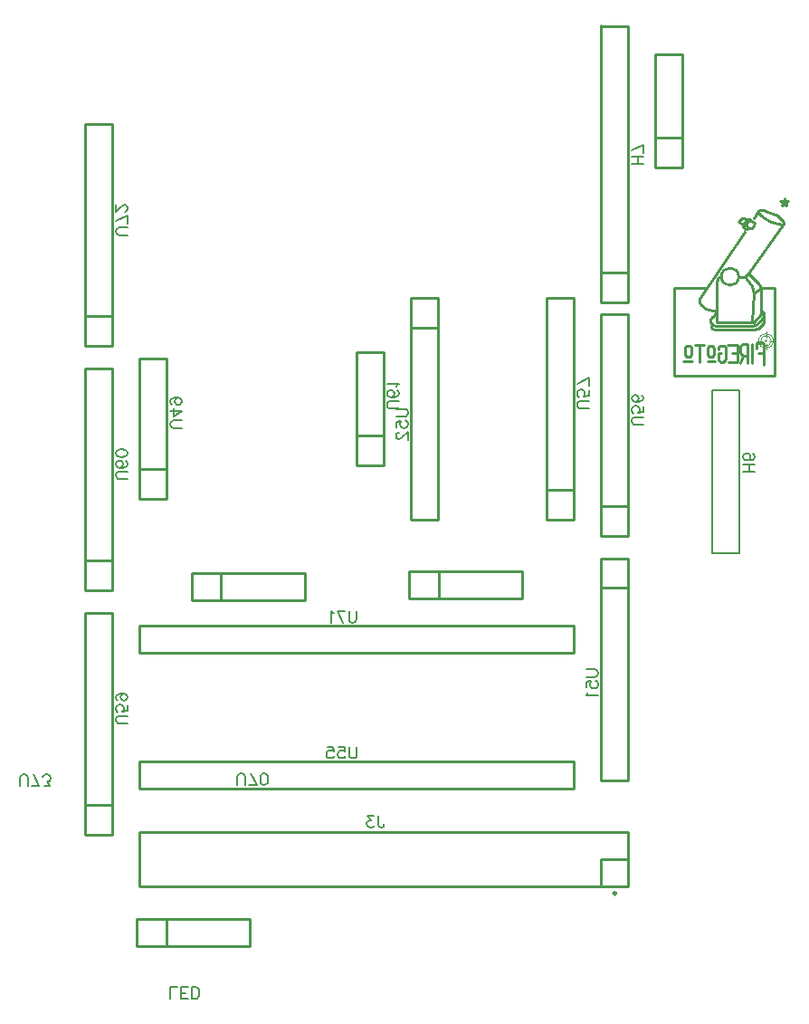
<source format=gbo>
G04 Layer: BottomSilkLayer*
G04 EasyEDA v6.4.17, 2021-03-30T11:05:58--3:00*
G04 e54f85b4d2414f64907e96423a573e64,e32968b322094deeae1279e20ae9dd51,10*
G04 Gerber Generator version 0.2*
G04 Scale: 100 percent, Rotated: No, Reflected: No *
G04 Dimensions in millimeters *
G04 leading zeros omitted , absolute positions ,4 integer and 5 decimal *
%FSLAX45Y45*%
%MOMM*%

%ADD10C,0.2540*%
%ADD13C,0.1000*%
%ADD35C,0.2032*%
%ADD39C,0.1524*%
%ADD40C,0.2030*%

%LPD*%
D39*
X26996189Y3919585D02*
G01*
X26918257Y3919585D01*
X26902671Y3924780D01*
X26892280Y3935171D01*
X26887086Y3950759D01*
X26887086Y3961150D01*
X26892280Y3976735D01*
X26902671Y3987126D01*
X26918257Y3992321D01*
X26996189Y3992321D01*
X26996189Y4078566D02*
G01*
X26923453Y4026611D01*
X26923453Y4104543D01*
X26996189Y4078566D02*
G01*
X26887086Y4078566D01*
X26959821Y4206374D02*
G01*
X26944236Y4201180D01*
X26933845Y4190789D01*
X26928648Y4175201D01*
X26928648Y4170006D01*
X26933845Y4154421D01*
X26944236Y4144030D01*
X26959821Y4138833D01*
X26965015Y4138833D01*
X26980603Y4144030D01*
X26990995Y4154421D01*
X26996189Y4170006D01*
X26996189Y4175201D01*
X26990995Y4190789D01*
X26980603Y4201180D01*
X26959821Y4206374D01*
X26933845Y4206374D01*
X26907865Y4201180D01*
X26892280Y4190789D01*
X26887086Y4175201D01*
X26887086Y4164810D01*
X26892280Y4149224D01*
X26902671Y4144030D01*
X30778790Y1666300D02*
G01*
X30856722Y1666300D01*
X30872308Y1661106D01*
X30882699Y1650715D01*
X30887893Y1635127D01*
X30887893Y1624736D01*
X30882699Y1609150D01*
X30872308Y1598759D01*
X30856722Y1593565D01*
X30778790Y1593565D01*
X30778790Y1496928D02*
G01*
X30778790Y1548884D01*
X30825549Y1554078D01*
X30820354Y1548884D01*
X30815158Y1533296D01*
X30815158Y1517710D01*
X30820354Y1502125D01*
X30830743Y1491734D01*
X30846331Y1486537D01*
X30856722Y1486537D01*
X30872308Y1491734D01*
X30882699Y1502125D01*
X30887893Y1517710D01*
X30887893Y1533296D01*
X30882699Y1548884D01*
X30877504Y1554078D01*
X30867113Y1559275D01*
X30799572Y1452247D02*
G01*
X30794375Y1441856D01*
X30778790Y1426270D01*
X30887893Y1426270D01*
X29000800Y4101094D02*
G01*
X29078732Y4101094D01*
X29094318Y4095899D01*
X29104709Y4085508D01*
X29109903Y4069920D01*
X29109903Y4059529D01*
X29104709Y4043944D01*
X29094318Y4033553D01*
X29078732Y4028358D01*
X29000800Y4028358D01*
X29000800Y3931721D02*
G01*
X29000800Y3983677D01*
X29047559Y3988871D01*
X29042365Y3983677D01*
X29037168Y3968089D01*
X29037168Y3952504D01*
X29042365Y3936918D01*
X29052753Y3926527D01*
X29068341Y3921330D01*
X29078732Y3921330D01*
X29094318Y3926527D01*
X29104709Y3936918D01*
X29109903Y3952504D01*
X29109903Y3968089D01*
X29104709Y3983677D01*
X29099515Y3988871D01*
X29089123Y3994068D01*
X29026777Y3881846D02*
G01*
X29021582Y3881846D01*
X29011191Y3876649D01*
X29005994Y3871455D01*
X29000800Y3861064D01*
X29000800Y3840281D01*
X29005994Y3829890D01*
X29011191Y3824696D01*
X29021582Y3819499D01*
X29031973Y3819499D01*
X29042365Y3824696D01*
X29057950Y3835087D01*
X29109903Y3887040D01*
X29109903Y3814305D01*
X31314174Y3952382D02*
G01*
X31236241Y3952382D01*
X31220656Y3957576D01*
X31210265Y3967967D01*
X31205070Y3983555D01*
X31205070Y3993946D01*
X31210265Y4009532D01*
X31220656Y4019923D01*
X31236241Y4025117D01*
X31314174Y4025117D01*
X31314174Y4121754D02*
G01*
X31314174Y4069798D01*
X31267415Y4064604D01*
X31272609Y4069798D01*
X31277806Y4085386D01*
X31277806Y4100972D01*
X31272609Y4116557D01*
X31262220Y4126948D01*
X31246632Y4132145D01*
X31236241Y4132145D01*
X31220656Y4126948D01*
X31210265Y4116557D01*
X31205070Y4100972D01*
X31205070Y4085386D01*
X31210265Y4069798D01*
X31215459Y4064604D01*
X31225850Y4059407D01*
X31298588Y4228779D02*
G01*
X31308979Y4223585D01*
X31314174Y4207997D01*
X31314174Y4197606D01*
X31308979Y4182021D01*
X31293391Y4171629D01*
X31267415Y4166435D01*
X31241438Y4166435D01*
X31220656Y4171629D01*
X31210265Y4182021D01*
X31205070Y4197606D01*
X31205070Y4202803D01*
X31210265Y4218388D01*
X31220656Y4228779D01*
X31236241Y4233976D01*
X31241438Y4233976D01*
X31257024Y4228779D01*
X31267415Y4218388D01*
X31272609Y4202803D01*
X31272609Y4197606D01*
X31267415Y4182021D01*
X31257024Y4171629D01*
X31241438Y4166435D01*
X30804083Y4103786D02*
G01*
X30726151Y4103786D01*
X30710565Y4108980D01*
X30700174Y4119371D01*
X30694980Y4134959D01*
X30694980Y4145351D01*
X30700174Y4160936D01*
X30710565Y4171327D01*
X30726151Y4176521D01*
X30804083Y4176521D01*
X30804083Y4273158D02*
G01*
X30804083Y4221203D01*
X30757324Y4216008D01*
X30762519Y4221203D01*
X30767715Y4236791D01*
X30767715Y4252376D01*
X30762519Y4267962D01*
X30752130Y4278353D01*
X30736542Y4283549D01*
X30726151Y4283549D01*
X30710565Y4278353D01*
X30700174Y4267962D01*
X30694980Y4252376D01*
X30694980Y4236791D01*
X30700174Y4221203D01*
X30705369Y4216008D01*
X30715760Y4210812D01*
X30804083Y4390575D02*
G01*
X30694980Y4338622D01*
X30804083Y4317839D02*
G01*
X30804083Y4390575D01*
X26488382Y1158397D02*
G01*
X26410450Y1158397D01*
X26394864Y1163591D01*
X26384473Y1173982D01*
X26379279Y1189570D01*
X26379279Y1199962D01*
X26384473Y1215547D01*
X26394864Y1225938D01*
X26410450Y1231132D01*
X26488382Y1231132D01*
X26488382Y1327769D02*
G01*
X26488382Y1275814D01*
X26441623Y1270619D01*
X26446817Y1275814D01*
X26452014Y1291402D01*
X26452014Y1306987D01*
X26446817Y1322572D01*
X26436429Y1332964D01*
X26420841Y1338160D01*
X26410450Y1338160D01*
X26394864Y1332964D01*
X26384473Y1322572D01*
X26379279Y1306987D01*
X26379279Y1291402D01*
X26384473Y1275814D01*
X26389667Y1270619D01*
X26400058Y1265422D01*
X26452014Y1439992D02*
G01*
X26436429Y1434795D01*
X26426038Y1424404D01*
X26420841Y1408818D01*
X26420841Y1403621D01*
X26426038Y1388036D01*
X26436429Y1377645D01*
X26452014Y1372450D01*
X26457208Y1372450D01*
X26472796Y1377645D01*
X26483188Y1388036D01*
X26488382Y1403621D01*
X26488382Y1408818D01*
X26483188Y1424404D01*
X26472796Y1434795D01*
X26452014Y1439992D01*
X26426038Y1439992D01*
X26400058Y1434795D01*
X26384473Y1424404D01*
X26379279Y1408818D01*
X26379279Y1398427D01*
X26384473Y1382842D01*
X26394864Y1377645D01*
X26488387Y3444687D02*
G01*
X26410455Y3444687D01*
X26394869Y3449881D01*
X26384478Y3460272D01*
X26379284Y3475860D01*
X26379284Y3486251D01*
X26384478Y3501837D01*
X26394869Y3512228D01*
X26410455Y3517422D01*
X26488387Y3517422D01*
X26472802Y3614059D02*
G01*
X26483193Y3608862D01*
X26488387Y3593277D01*
X26488387Y3582885D01*
X26483193Y3567300D01*
X26467605Y3556909D01*
X26441628Y3551712D01*
X26415652Y3551712D01*
X26394869Y3556909D01*
X26384478Y3567300D01*
X26379284Y3582885D01*
X26379284Y3588082D01*
X26384478Y3603668D01*
X26394869Y3614059D01*
X26410455Y3619253D01*
X26415652Y3619253D01*
X26431237Y3614059D01*
X26441628Y3603668D01*
X26446822Y3588082D01*
X26446822Y3582885D01*
X26441628Y3567300D01*
X26431237Y3556909D01*
X26415652Y3551712D01*
X26488387Y3684717D02*
G01*
X26483193Y3669131D01*
X26467605Y3658740D01*
X26441628Y3653543D01*
X26426043Y3653543D01*
X26400064Y3658740D01*
X26384478Y3669131D01*
X26379284Y3684717D01*
X26379284Y3695108D01*
X26384478Y3710693D01*
X26400064Y3721084D01*
X26426043Y3726281D01*
X26441628Y3726281D01*
X26467605Y3721084D01*
X26483193Y3710693D01*
X26488387Y3695108D01*
X26488387Y3684717D01*
X29026081Y4103400D02*
G01*
X28948148Y4103400D01*
X28932563Y4108594D01*
X28922172Y4118985D01*
X28916977Y4134573D01*
X28916977Y4144965D01*
X28922172Y4160550D01*
X28932563Y4170941D01*
X28948148Y4176135D01*
X29026081Y4176135D01*
X29010495Y4272772D02*
G01*
X29020886Y4267575D01*
X29026081Y4251990D01*
X29026081Y4241599D01*
X29020886Y4226013D01*
X29005298Y4215622D01*
X28979322Y4210425D01*
X28953345Y4210425D01*
X28932563Y4215622D01*
X28922172Y4226013D01*
X28916977Y4241599D01*
X28916977Y4246796D01*
X28922172Y4262381D01*
X28932563Y4272772D01*
X28948148Y4277967D01*
X28953345Y4277967D01*
X28968931Y4272772D01*
X28979322Y4262381D01*
X28984516Y4246796D01*
X28984516Y4241599D01*
X28979322Y4226013D01*
X28968931Y4215622D01*
X28953345Y4210425D01*
X29005298Y4312257D02*
G01*
X29010495Y4322648D01*
X29026081Y4338236D01*
X28916977Y4338236D01*
X32357082Y3512779D02*
G01*
X32247979Y3512779D01*
X32357082Y3585514D02*
G01*
X32247979Y3585514D01*
X32305129Y3512779D02*
G01*
X32305129Y3585514D01*
X32341497Y3682151D02*
G01*
X32351888Y3676954D01*
X32357082Y3661369D01*
X32357082Y3650978D01*
X32351888Y3635392D01*
X32336300Y3625001D01*
X32310324Y3619804D01*
X32284347Y3619804D01*
X32263565Y3625001D01*
X32253174Y3635392D01*
X32247979Y3650978D01*
X32247979Y3656175D01*
X32253174Y3671760D01*
X32263565Y3682151D01*
X32279150Y3687345D01*
X32284347Y3687345D01*
X32299932Y3682151D01*
X32310324Y3671760D01*
X32315518Y3656175D01*
X32315518Y3650978D01*
X32310324Y3635392D01*
X32299932Y3625001D01*
X32284347Y3619804D01*
X31315687Y6390881D02*
G01*
X31206584Y6390881D01*
X31315687Y6463616D02*
G01*
X31206584Y6463616D01*
X31263734Y6390881D02*
G01*
X31263734Y6463616D01*
X31315687Y6570644D02*
G01*
X31206584Y6518689D01*
X31315687Y6497906D02*
G01*
X31315687Y6570644D01*
X27516145Y584481D02*
G01*
X27516145Y662414D01*
X27521341Y677999D01*
X27531730Y688390D01*
X27547318Y693587D01*
X27557709Y693587D01*
X27573295Y688390D01*
X27583686Y677999D01*
X27588880Y662414D01*
X27588880Y584481D01*
X27695908Y584481D02*
G01*
X27643952Y693587D01*
X27623170Y584481D02*
G01*
X27695908Y584481D01*
X27761371Y584481D02*
G01*
X27745783Y589678D01*
X27735392Y605264D01*
X27730198Y631240D01*
X27730198Y646828D01*
X27735392Y672805D01*
X27745783Y688390D01*
X27761371Y693587D01*
X27771760Y693587D01*
X27787348Y688390D01*
X27797739Y672805D01*
X27802933Y646828D01*
X27802933Y631240D01*
X27797739Y605264D01*
X27787348Y589678D01*
X27771760Y584481D01*
X27761371Y584481D01*
X28632348Y2212632D02*
G01*
X28632348Y2134699D01*
X28627151Y2119111D01*
X28616760Y2108723D01*
X28601177Y2103526D01*
X28590786Y2103526D01*
X28575198Y2108723D01*
X28564806Y2119111D01*
X28559610Y2134699D01*
X28559610Y2212632D01*
X28452584Y2212632D02*
G01*
X28504537Y2103526D01*
X28525322Y2212632D02*
G01*
X28452584Y2212632D01*
X28418297Y2191849D02*
G01*
X28407906Y2197044D01*
X28392320Y2212632D01*
X28392320Y2103526D01*
X28634850Y943836D02*
G01*
X28634850Y865903D01*
X28629655Y850318D01*
X28619264Y839927D01*
X28603676Y834732D01*
X28593285Y834732D01*
X28577700Y839927D01*
X28567308Y850318D01*
X28562114Y865903D01*
X28562114Y943836D01*
X28465477Y943836D02*
G01*
X28517433Y943836D01*
X28522627Y897077D01*
X28517433Y902271D01*
X28501845Y907468D01*
X28486260Y907468D01*
X28470674Y902271D01*
X28460283Y891882D01*
X28455086Y876294D01*
X28455086Y865903D01*
X28460283Y850318D01*
X28470674Y839927D01*
X28486260Y834732D01*
X28501845Y834732D01*
X28517433Y839927D01*
X28522627Y845121D01*
X28527824Y855512D01*
X28358452Y943836D02*
G01*
X28410405Y943836D01*
X28415602Y897077D01*
X28410405Y902271D01*
X28394820Y907468D01*
X28379234Y907468D01*
X28363646Y902271D01*
X28353255Y891882D01*
X28348061Y876294D01*
X28348061Y865903D01*
X28353255Y850318D01*
X28363646Y839927D01*
X28379234Y834732D01*
X28394820Y834732D01*
X28410405Y839927D01*
X28415602Y845121D01*
X28420796Y855512D01*
X28835499Y295849D02*
G01*
X28835499Y212722D01*
X28840696Y197134D01*
X28845890Y191940D01*
X28856282Y186745D01*
X28866673Y186745D01*
X28877064Y191940D01*
X28882261Y197134D01*
X28887455Y212722D01*
X28887455Y223113D01*
X28790821Y295849D02*
G01*
X28733671Y295849D01*
X28764842Y254284D01*
X28749256Y254284D01*
X28738865Y249090D01*
X28733671Y243895D01*
X28728474Y228307D01*
X28728474Y217916D01*
X28733671Y202331D01*
X28744059Y191940D01*
X28759647Y186745D01*
X28775233Y186745D01*
X28790821Y191940D01*
X28796015Y197134D01*
X28801209Y207525D01*
X26488387Y5727484D02*
G01*
X26410455Y5727484D01*
X26394869Y5732680D01*
X26384478Y5743072D01*
X26379284Y5758657D01*
X26379284Y5769048D01*
X26384478Y5784634D01*
X26394869Y5795025D01*
X26410455Y5800222D01*
X26488387Y5800222D01*
X26488387Y5907247D02*
G01*
X26379284Y5855291D01*
X26488387Y5834512D02*
G01*
X26488387Y5907247D01*
X26462408Y5946731D02*
G01*
X26467605Y5946731D01*
X26477996Y5951928D01*
X26483193Y5957122D01*
X26488387Y5967514D01*
X26488387Y5988296D01*
X26483193Y5998687D01*
X26477996Y6003881D01*
X26467605Y6009078D01*
X26457216Y6009078D01*
X26446825Y6003881D01*
X26431237Y5993490D01*
X26379284Y5941537D01*
X26379284Y6014272D01*
X25483449Y574471D02*
G01*
X25483449Y652414D01*
X25488643Y667997D01*
X25499034Y678390D01*
X25514620Y683587D01*
X25525011Y683587D01*
X25540599Y678390D01*
X25550990Y667997D01*
X25556184Y652414D01*
X25556184Y574471D01*
X25663210Y574471D02*
G01*
X25611256Y683587D01*
X25590474Y574471D02*
G01*
X25663210Y574471D01*
X25707891Y574471D02*
G01*
X25765041Y574471D01*
X25733870Y616043D01*
X25749455Y616043D01*
X25759846Y621240D01*
X25765041Y626437D01*
X25770238Y642020D01*
X25770238Y652414D01*
X25765041Y667997D01*
X25754650Y678390D01*
X25739064Y683587D01*
X25723479Y683587D01*
X25707891Y678390D01*
X25702696Y673193D01*
X25697500Y662800D01*
X26889445Y-1415036D02*
G01*
X26889445Y-1305933D01*
X26889445Y-1305933D02*
G01*
X26951790Y-1305933D01*
X26986080Y-1415036D02*
G01*
X26986080Y-1305933D01*
X26986080Y-1415036D02*
G01*
X27053621Y-1415036D01*
X26986080Y-1363083D02*
G01*
X27027644Y-1363083D01*
X26986080Y-1305933D02*
G01*
X27053621Y-1305933D01*
X27087911Y-1415036D02*
G01*
X27087911Y-1305933D01*
X27087911Y-1415036D02*
G01*
X27124281Y-1415036D01*
X27139866Y-1409842D01*
X27150258Y-1399451D01*
X27155452Y-1389059D01*
X27160649Y-1373471D01*
X27160649Y-1347495D01*
X27155452Y-1331909D01*
X27150258Y-1321518D01*
X27139866Y-1311127D01*
X27124281Y-1305933D01*
X27087911Y-1305933D01*
D10*
X32304596Y5789637D02*
G01*
X32275561Y5819706D01*
X32297326Y5857031D01*
X32318063Y5875690D02*
G01*
X32288002Y5875690D01*
X32236158Y5883988D01*
X32201942Y5853925D01*
X32244456Y5826968D01*
X32244456Y5797928D01*
X32268307Y5782376D01*
X32304596Y5789637D01*
X32244456Y5826968D02*
G01*
X32275561Y5819706D01*
X32244456Y5826968D02*
G01*
X32288002Y5875690D01*
X32391957Y5933300D02*
G01*
X32389439Y5950513D01*
X32389749Y5951115D02*
G01*
X32404311Y5959561D01*
X32389439Y5950513D02*
G01*
X32350212Y5887095D01*
X32297326Y5857031D02*
G01*
X32325332Y5857031D01*
X32355396Y5838372D01*
X32355396Y5838372D02*
G01*
X32352282Y5816600D01*
X32334659Y5789637D01*
X32304596Y5789637D01*
X32325332Y5857031D02*
G01*
X32318063Y5875690D01*
X32404311Y5959561D02*
G01*
X32437758Y5958588D01*
X32479406Y5947897D01*
X32525332Y5929411D01*
X32568852Y5905822D01*
X32606183Y5878301D01*
X32626670Y5853564D01*
X32627925Y5837590D01*
X32613363Y5829145D01*
X32579914Y5830117D01*
X32538281Y5840808D01*
X32492355Y5859294D01*
X32448822Y5882896D01*
X32414034Y5908154D01*
X32391957Y5933300D01*
X32636134Y6072484D02*
G01*
X32609942Y6002530D01*
X32672251Y6043729D01*
X32597625Y6047023D01*
X32656066Y6000495D01*
X32636134Y6072484D01*
X32296298Y5367660D02*
G01*
X32627216Y5836450D01*
X32290072Y4710323D02*
G01*
X32246526Y4710323D01*
X32220606Y4688550D01*
X32220606Y4623234D01*
X32248599Y4594212D01*
X32290072Y4594212D01*
D13*
X32434187Y4737280D02*
G01*
X32374060Y4737280D01*
D10*
X32437301Y4713442D02*
G01*
X32373018Y4713442D01*
X32437301Y4516450D02*
G01*
X32437301Y4713442D01*
X32373018Y4713442D02*
G01*
X32373018Y4668862D01*
X32389602Y4620120D02*
G01*
X32437301Y4620120D01*
X32333618Y4710323D02*
G01*
X32333618Y4528883D01*
X32290072Y4710323D02*
G01*
X32290072Y4528883D01*
X32106567Y4699955D02*
G01*
X32194685Y4699955D01*
X32194685Y4541329D01*
X32107596Y4541329D01*
X32248599Y4594212D02*
G01*
X32224761Y4527847D01*
X32018437Y4660564D02*
G01*
X32018437Y4680259D01*
X32035018Y4693734D01*
X32066123Y4693734D01*
X32082717Y4678182D01*
X32082717Y4561029D01*
X32063009Y4539251D01*
X32042272Y4539251D01*
X32015323Y4557923D01*
X32015323Y4622198D01*
X32042272Y4622198D01*
X32148028Y4619091D02*
G01*
X32194685Y4619091D01*
X31975920Y4675075D02*
G01*
X31975920Y4604567D01*
X31962453Y4586945D01*
X31937561Y4586945D01*
X31919936Y4602497D01*
X31919936Y4676117D01*
X31934447Y4690628D01*
X31958297Y4690628D01*
X31975920Y4675075D01*
X31762339Y4678182D02*
G01*
X31762339Y4607681D01*
X31748872Y4590064D01*
X31723980Y4590064D01*
X31706355Y4605616D01*
X31706355Y4679231D01*
X31720866Y4693734D01*
X31744716Y4693734D01*
X31762339Y4678182D01*
X31797586Y4698918D02*
G01*
X31884688Y4698918D01*
X31840103Y4539251D02*
G01*
X31840103Y4694770D01*
X31774780Y4546513D02*
G01*
X31691844Y4546513D01*
X31985259Y4544435D02*
G01*
X31913723Y4544435D01*
X31603713Y5228722D02*
G01*
X31603713Y4407588D01*
X32538913Y4407588D01*
X32538913Y5228722D01*
X32415523Y5228722D01*
X32207535Y5337596D02*
G01*
X32268020Y5330794D01*
X32283859Y5313740D01*
X32327552Y5245775D01*
X32351240Y5179621D01*
X32415523Y5228722D01*
X32402053Y5263982D01*
X32325332Y5346923D01*
X32296298Y5367660D01*
X32267375Y5331482D01*
X32416564Y4990269D02*
G01*
X32347098Y4910434D01*
X32004955Y4910434D01*
X32000812Y5291968D01*
X32019466Y5335518D01*
X32045013Y5335518D01*
X32416564Y4990269D02*
G01*
X32415523Y5228722D01*
X32334659Y4910434D02*
G01*
X32351240Y5179621D01*
X32445596Y5002702D02*
G01*
X32445596Y4921839D01*
X32438342Y4903167D01*
X32391908Y4855194D01*
X32343986Y4841999D01*
X31986288Y4841999D01*
X31959339Y4852367D01*
X31951040Y4863777D01*
X31955270Y4899713D01*
X31980075Y4876210D02*
G01*
X32333618Y4876210D01*
X32365764Y4881394D01*
X32406196Y4915618D01*
X32442485Y4966418D01*
X32445596Y5002702D01*
X32416440Y5019271D01*
X31963481Y4958128D02*
G01*
X32003888Y5008928D01*
X31986786Y5022527D01*
X31897129Y5038991D02*
G01*
X31856697Y5072174D01*
X31986786Y5022527D02*
G01*
X31955183Y5022527D01*
X31897129Y5038991D01*
X31856697Y5072174D02*
G01*
X31839060Y5100159D01*
X31839060Y5128158D01*
X32264151Y5754390D01*
X31603713Y5228722D02*
G01*
X31907335Y5228722D01*
D13*
X32463221Y4708258D02*
G01*
X32463221Y4654339D01*
X32463221Y4824382D02*
G01*
X32463221Y4767348D01*
X32492256Y4737280D02*
G01*
X32547196Y4737280D01*
D10*
X26855445Y4575594D02*
G01*
X26601445Y4575594D01*
X26855445Y3263592D02*
G01*
X26855445Y4575594D01*
X26601445Y3263592D02*
G01*
X26601445Y4575594D01*
X26855445Y3540947D02*
G01*
X26601445Y3540947D01*
X26855445Y3263592D02*
G01*
X26601445Y3263592D01*
X30919536Y629292D02*
G01*
X31173536Y629292D01*
X31173536Y2703296D02*
G01*
X31173536Y629292D01*
X30919536Y2703296D02*
G01*
X30919536Y629292D01*
X30919536Y2425943D02*
G01*
X31173536Y2425943D01*
X30919536Y2703296D02*
G01*
X31173536Y2703296D01*
X29141541Y3064088D02*
G01*
X29395541Y3064088D01*
X29395541Y5138092D02*
G01*
X29395541Y3064088D01*
X29141541Y5138092D02*
G01*
X29141541Y3064088D01*
X29141541Y4860739D02*
G01*
X29395541Y4860739D01*
X29141541Y5138092D02*
G01*
X29395541Y5138092D01*
X31173437Y4989395D02*
G01*
X30919437Y4989395D01*
X30919437Y2915391D02*
G01*
X30919437Y4989395D01*
X31173437Y2915391D02*
G01*
X31173437Y4989395D01*
X31173437Y3192744D02*
G01*
X30919437Y3192744D01*
X31173437Y2915391D02*
G01*
X30919437Y2915391D01*
X30663339Y5140794D02*
G01*
X30409339Y5140794D01*
X30409339Y3066790D02*
G01*
X30409339Y5140794D01*
X30663339Y3066790D02*
G01*
X30663339Y5140794D01*
X30663339Y3344143D02*
G01*
X30409339Y3344143D01*
X30663339Y3066790D02*
G01*
X30409339Y3066790D01*
X26347648Y2195400D02*
G01*
X26093648Y2195400D01*
X26093648Y121396D02*
G01*
X26093648Y2195400D01*
X26347648Y121396D02*
G01*
X26347648Y2195400D01*
X26347648Y398749D02*
G01*
X26093648Y398749D01*
X26347648Y121396D02*
G01*
X26093648Y121396D01*
X26347648Y4481695D02*
G01*
X26093648Y4481695D01*
X26093648Y2407691D02*
G01*
X26093648Y4481695D01*
X26347648Y2407691D02*
G01*
X26347648Y4481695D01*
X26347648Y2685044D02*
G01*
X26093648Y2685044D01*
X26347648Y2407691D02*
G01*
X26093648Y2407691D01*
X28885342Y4632391D02*
G01*
X28631342Y4632391D01*
X28885342Y3574392D02*
G01*
X28885342Y4632391D01*
X28885342Y3851739D02*
G01*
X28631342Y3851739D01*
X28631342Y3574392D02*
G01*
X28631342Y4632391D01*
X28885342Y3574392D02*
G01*
X28631342Y3574392D01*
D35*
X32216336Y2941292D02*
G01*
X32216336Y2750792D01*
X31962336Y2750792D01*
X31962336Y4274792D01*
X32216336Y4274792D01*
D40*
X32216336Y4274792D02*
G01*
X32216336Y2941292D01*
D10*
X31174938Y5373989D02*
G01*
X30920938Y5373989D01*
X30920938Y5100881D02*
G01*
X30920938Y7686286D01*
X31174938Y5100881D02*
G01*
X30920938Y5100881D01*
X31174938Y7680883D02*
G01*
X31174938Y5100881D01*
X31174938Y7680883D02*
G01*
X30920938Y7680883D01*
X30178740Y2325395D02*
G01*
X30178740Y2579395D01*
X29120739Y2325395D02*
G01*
X30178740Y2325395D01*
X29120739Y2579395D02*
G01*
X30178740Y2579395D01*
X29398092Y2325395D02*
G01*
X29398092Y2579395D01*
X29120739Y2325395D02*
G01*
X29120739Y2579395D01*
X26600343Y2071895D02*
G01*
X26600343Y1817895D01*
X30664343Y1817895D02*
G01*
X26600343Y1817895D01*
X30664343Y2071895D02*
G01*
X30664343Y1817895D01*
X30664343Y2071895D02*
G01*
X26600343Y2071895D01*
X26602842Y803099D02*
G01*
X26602842Y549099D01*
X30666842Y803099D02*
G01*
X30666842Y549099D01*
X30666842Y549099D02*
G01*
X26602842Y549099D01*
X30666842Y803099D02*
G01*
X26602842Y803099D01*
X31173442Y142400D02*
G01*
X26601442Y142400D01*
X26601442Y-365599D01*
X31173442Y-365599D01*
X31173442Y142400D01*
X31173442Y-111599D02*
G01*
X30919442Y-111599D01*
X30919442Y-365599D01*
X31682837Y7420686D02*
G01*
X31428837Y7420686D01*
X31682837Y6362684D02*
G01*
X31682837Y7420686D01*
X31682837Y6640037D02*
G01*
X31428837Y6640037D01*
X31428837Y6362684D02*
G01*
X31428837Y7420686D01*
X31682837Y6362684D02*
G01*
X31428837Y6362684D01*
X26347648Y6764492D02*
G01*
X26093648Y6764492D01*
X26093648Y4690488D02*
G01*
X26093648Y6764492D01*
X26347648Y4967841D02*
G01*
X26093648Y4967841D01*
X26347648Y4690488D02*
G01*
X26347648Y6764492D01*
X26347648Y4690488D02*
G01*
X26093648Y4690488D01*
X28146044Y2315387D02*
G01*
X28146044Y2569387D01*
X27088043Y2569387D02*
G01*
X28146044Y2569387D01*
X27365396Y2315387D02*
G01*
X27365396Y2569387D01*
X27088043Y2315387D02*
G01*
X28146044Y2315387D01*
X27088043Y2315387D02*
G01*
X27088043Y2569387D01*
X26576345Y-664697D02*
G01*
X27634346Y-664697D01*
X26853697Y-918697D02*
G01*
X26853697Y-664697D01*
X26576345Y-918697D02*
G01*
X27634346Y-918697D01*
X27634346Y-918697D02*
G01*
X27634346Y-664697D01*
X26576345Y-918697D02*
G01*
X26576345Y-664697D01*
G75*
G01*
X31963487Y4958123D02*
G03*
X31980076Y4876216I31286J-36297D01*
G75*
G01
X31059145Y-429082D02*
G03X31059145Y-429082I-12700J0D01*
D13*
G75*
G01
X32510933Y4737278D02*
G03X32510933Y4737278I-48743J0D01*
G75*
G01
X32473011Y4737278D02*
G03X32473011Y4737278I-10820J0D01*
G75*
G01
X32530415Y4737278D02*
G03X32530415Y4737278I-68224J0D01*
D10*
G75*
G01
X32207556Y5337607D02*
G03X32207556Y5337607I-81280J0D01*
M02*

</source>
